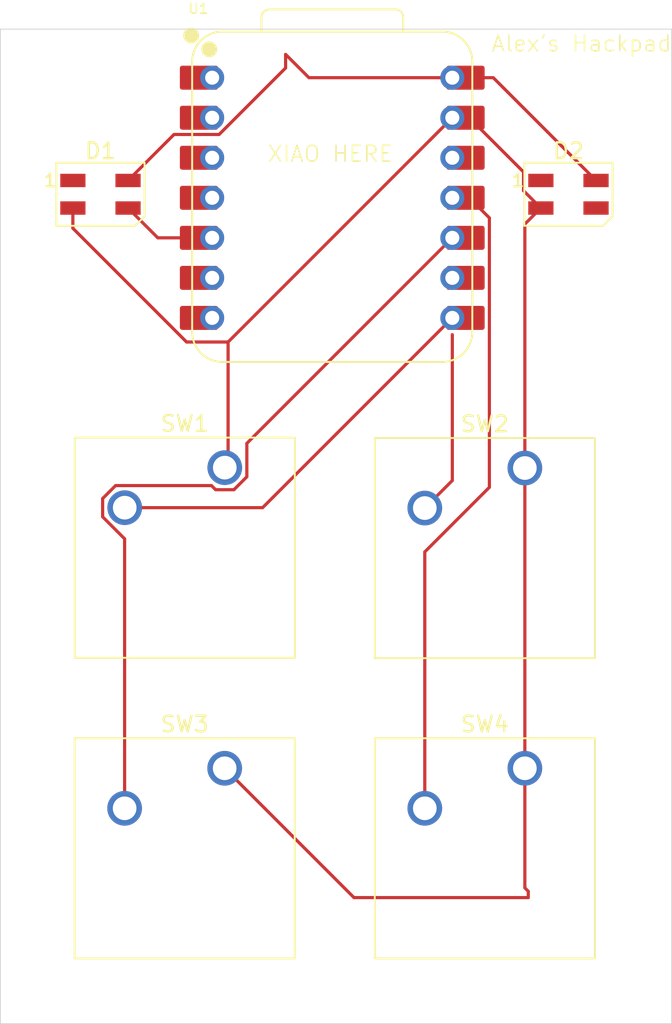
<source format=kicad_pcb>
(kicad_pcb (version 20241229) (generator "pcbnew") (generator_version "9.0")
  (layers (0 "F.Cu" signal) (2 "B.Cu" signal) (13 "F.Paste" user) (15 "B.Paste" user) (5 "F.SilkS" user "F.Silkscreen") (7 "B.SilkS" user "B.Silkscreen") (1 "F.Mask" user) (3 "B.Mask" user) (25 "Edge.Cuts" user))
  (net 0 "")
  (net 1 "GND")
  (net 3 "Net-(D1-DIN)")
  (net 4 "+5V")
  (net 7 "Net-(U1-GPIO1{slash}RX)")
  (net 8 "Net-(U1-GPIO2{slash}SCK)")
  (net 9 "Net-(U1-GPIO4{slash}MISO)")
  (net 10 "Net-(U1-GPIO3{slash}MOSI)")
  (footprint "Button_Switch_Keyboard:SW_Cherry_MX_1.00u_PCB" (layer "F.Cu") (at 143.03375 99.695)
    (property "Reference" "SW3" (at -2.54 -2.794 0) (layer "F.SilkS"))
    (property "Value" "SW_Push")
    (fp_line (start -9.525 -1.905) (end 4.445 -1.905) (stroke (width 0.12)) (layer "F.SilkS"))
    (fp_line (start -9.525 12.065) (end -9.525 -1.905) (stroke (width 0.12)) (layer "F.SilkS"))
    (fp_line (start 4.445 -1.905) (end 4.445 12.065) (stroke (width 0.12)) (layer "F.SilkS"))
    (fp_line (start 4.445 12.065) (end -9.525 12.065) (stroke (width 0.12)) (layer "F.SilkS"))
    (pad "" np_thru_hole circle (at -7.62 5.08) (size 1.7 1.7) (drill 1.7) (layers "*.Cu" "*.Mask"))
    (pad "" np_thru_hole circle (at -2.54 5.08) (size 4 4) (drill 4) (layers "*.Cu" "*.Mask"))
    (pad "" np_thru_hole circle (at 2.54 5.08) (size 1.7 1.7) (drill 1.7) (layers "*.Cu" "*.Mask"))
    (pad "1" thru_hole circle (at 0 0) (size 2.2 2.2) (drill 1.5) (layers "*.Cu" "*.Mask") (net 1 "GND"))
    (pad "2" thru_hole circle (at -6.35 2.54) (size 2.2 2.2) (drill 1.5) (layers "*.Cu" "*.Mask") (net 9 "Net-(U1-GPIO4{slash}MISO)"))
  )
  (footprint "OPL:XIAO-RP2040-DIP" (layer "F.Cu") (at 149.86 63.5)
    (property "Reference" "U1" (at -8.5 -12 0) (layer "F.SilkS") (effects (font (size 0.635 0.635) (thickness 0.1016))))
    (property "Value" "XIAO-RP2040-DIP")
    (fp_line (start -8.89 8.509) (end -8.89 -8.636) (stroke (width 0.127)) (layer "F.SilkS"))
    (fp_line (start -6.985 10.414) (end 6.985 10.414) (stroke (width 0.127)) (layer "F.SilkS"))
    (fp_line (start -4.495 -10.541) (end -4.491272 -11.451272) (stroke (width 0.127)) (layer "F.SilkS"))
    (fp_line (start -3.991272 -11.951) (end 4.004 -11.951) (stroke (width 0.127)) (layer "F.SilkS"))
    (fp_line (start 4.504 -11.451) (end 4.504 -10.541) (stroke (width 0.127)) (layer "F.SilkS"))
    (fp_line (start 6.985 -10.541) (end -6.985 -10.541) (stroke (width 0.1)) (layer "F.SilkS"))
    (fp_line (start 6.985 -10.541) (end -6.985 -10.541) (stroke (width 0.127)) (layer "F.SilkS"))
    (fp_line (start 8.89 8.509) (end 8.89 -8.636) (stroke (width 0.127)) (layer "F.SilkS"))
    (fp_arc (start -8.89 -8.636) (mid -8.332038 -9.983038) (end -6.985 -10.541) (stroke (width 0.127)) (layer "F.SilkS"))
    (fp_arc (start -6.985 10.414) (mid -8.332038 9.856038) (end -8.89 8.509) (stroke (width 0.127)) (layer "F.SilkS"))
    (fp_arc (start -4.491272 -11.451272) (mid -4.344728 -11.80464) (end -3.991272 -11.951) (stroke (width 0.127)) (layer "F.SilkS"))
    (fp_arc (start 4.004 -11.951) (mid 4.357553 -11.804553) (end 4.504 -11.451) (stroke (width 0.127)) (layer "F.SilkS"))
    (fp_arc (start 6.985 -10.541) (mid 8.332038 -9.983038) (end 8.89 -8.636) (stroke (width 0.127)) (layer "F.SilkS"))
    (fp_arc (start 8.89 8.509) (mid 8.332038 9.856038) (end 6.985 10.414) (stroke (width 0.127)) (layer "F.SilkS"))
    (fp_circle (center -8.95 -10.3) (end -8.95 -10.554) (stroke (width 0.5)) (fill yes) (layer "F.SilkS"))
    (fp_circle (center -7.807 -9.42) (end -7.807 -9.674) (stroke (width 0.5)) (fill yes) (layer "F.SilkS"))
    (pad "1" smd roundrect (at -8.455 -7.62 180) (size 2.432 1.524) (layers "F.Cu" "F.Mask") (roundrect_rratio 0.1))
    (pad "1" thru_hole circle (at -7.62 -7.62 180) (size 1.524 1.524) (drill 0.889) (layers "*.Cu" "*.Mask"))
    (pad "2" smd roundrect (at -8.455 -5.08 180) (size 2.432 1.524) (layers "F.Cu" "F.Mask") (roundrect_rratio 0.1))
    (pad "2" thru_hole circle (at -7.62 -5.08 180) (size 1.524 1.524) (drill 0.889) (layers "*.Cu" "*.Mask"))
    (pad "3" smd roundrect (at -8.455 -2.54 180) (size 2.432 1.524) (layers "F.Cu" "F.Mask") (roundrect_rratio 0.1))
    (pad "3" thru_hole circle (at -7.62 -2.54 180) (size 1.524 1.524) (drill 0.889) (layers "*.Cu" "*.Mask"))
    (pad "4" smd roundrect (at -8.455 0 180) (size 2.432 1.524) (layers "F.Cu" "F.Mask") (roundrect_rratio 0.1))
    (pad "4" thru_hole circle (at -7.62 0 180) (size 1.524 1.524) (drill 0.889) (layers "*.Cu" "*.Mask"))
    (pad "5" smd roundrect (at -8.455 2.54 180) (size 2.432 1.524) (layers "F.Cu" "F.Mask") (roundrect_rratio 0.1) (net 3 "Net-(D1-DIN)"))
    (pad "5" thru_hole circle (at -7.62 2.54 180) (size 1.524 1.524) (drill 0.889) (layers "*.Cu" "*.Mask") (net 3 "Net-(D1-DIN)"))
    (pad "6" smd roundrect (at -8.455 5.08 180) (size 2.432 1.524) (layers "F.Cu" "F.Mask") (roundrect_rratio 0.1))
    (pad "6" thru_hole circle (at -7.62 5.08 180) (size 1.524 1.524) (drill 0.889) (layers "*.Cu" "*.Mask"))
    (pad "7" smd roundrect (at -8.455 7.62 180) (size 2.432 1.524) (layers "F.Cu" "F.Mask") (roundrect_rratio 0.1))
    (pad "7" thru_hole circle (at -7.62 7.62 180) (size 1.524 1.524) (drill 0.889) (layers "*.Cu" "*.Mask"))
    (pad "8" thru_hole circle (at 7.62 7.62) (size 1.524 1.524) (drill 0.889) (layers "*.Cu" "*.Mask") (net 7 "Net-(U1-GPIO1{slash}RX)"))
    (pad "8" smd roundrect (at 8.455 7.62) (size 2.432 1.524) (layers "F.Cu" "F.Mask") (roundrect_rratio 0.1) (net 7 "Net-(U1-GPIO1{slash}RX)"))
    (pad "9" thru_hole circle (at 7.62 5.08) (size 1.524 1.524) (drill 0.889) (layers "*.Cu" "*.Mask") (net 8 "Net-(U1-GPIO2{slash}SCK)"))
    (pad "9" smd roundrect (at 8.455 5.08) (size 2.432 1.524) (layers "F.Cu" "F.Mask") (roundrect_rratio 0.1) (net 8 "Net-(U1-GPIO2{slash}SCK)"))
    (pad "10" thru_hole circle (at 7.62 2.54) (size 1.524 1.524) (drill 0.889) (layers "*.Cu" "*.Mask") (net 9 "Net-(U1-GPIO4{slash}MISO)"))
    (pad "10" smd roundrect (at 8.455 2.54) (size 2.432 1.524) (layers "F.Cu" "F.Mask") (roundrect_rratio 0.1) (net 9 "Net-(U1-GPIO4{slash}MISO)"))
    (pad "11" thru_hole circle (at 7.62 0) (size 1.524 1.524) (drill 0.889) (layers "*.Cu" "*.Mask") (net 10 "Net-(U1-GPIO3{slash}MOSI)"))
    (pad "11" smd roundrect (at 8.455 0) (size 2.432 1.524) (layers "F.Cu" "F.Mask") (roundrect_rratio 0.1) (net 10 "Net-(U1-GPIO3{slash}MOSI)"))
    (pad "12" thru_hole circle (at 7.62 -2.54) (size 1.524 1.524) (drill 0.889) (layers "*.Cu" "*.Mask"))
    (pad "12" smd roundrect (at 8.455 -2.54) (size 2.432 1.524) (layers "F.Cu" "F.Mask") (roundrect_rratio 0.1))
    (pad "13" thru_hole circle (at 7.62 -5.08) (size 1.524 1.524) (drill 0.889) (layers "*.Cu" "*.Mask") (net 1 "GND"))
    (pad "13" smd roundrect (at 8.455 -5.08) (size 2.432 1.524) (layers "F.Cu" "F.Mask") (roundrect_rratio 0.1) (net 1 "GND"))
    (pad "14" thru_hole circle (at 7.62 -7.62) (size 1.524 1.524) (drill 0.889) (layers "*.Cu" "*.Mask") (net 4 "+5V"))
    (pad "14" smd roundrect (at 8.455 -7.62) (size 2.432 1.524) (layers "F.Cu" "F.Mask") (roundrect_rratio 0.1) (net 4 "+5V"))
  )
  (footprint "Button_Switch_Keyboard:SW_Cherry_MX_1.00u_PCB" (layer "F.Cu") (at 162.08375 80.645)
    (property "Reference" "SW2" (at -2.54 -2.794 0) (layer "F.SilkS"))
    (property "Value" "SW_Push")
    (fp_line (start -9.525 -1.905) (end 4.445 -1.905) (stroke (width 0.12)) (layer "F.SilkS"))
    (fp_line (start -9.525 12.065) (end -9.525 -1.905) (stroke (width 0.12)) (layer "F.SilkS"))
    (fp_line (start 4.445 -1.905) (end 4.445 12.065) (stroke (width 0.12)) (layer "F.SilkS"))
    (fp_line (start 4.445 12.065) (end -9.525 12.065) (stroke (width 0.12)) (layer "F.SilkS"))
    (pad "" np_thru_hole circle (at -7.62 5.08) (size 1.7 1.7) (drill 1.7) (layers "*.Cu" "*.Mask"))
    (pad "" np_thru_hole circle (at -2.54 5.08) (size 4 4) (drill 4) (layers "*.Cu" "*.Mask"))
    (pad "" np_thru_hole circle (at 2.54 5.08) (size 1.7 1.7) (drill 1.7) (layers "*.Cu" "*.Mask"))
    (pad "1" thru_hole circle (at 0 0) (size 2.2 2.2) (drill 1.5) (layers "*.Cu" "*.Mask") (net 1 "GND"))
    (pad "2" thru_hole circle (at -6.35 2.54) (size 2.2 2.2) (drill 1.5) (layers "*.Cu" "*.Mask") (net 8 "Net-(U1-GPIO2{slash}SCK)"))
  )
  (footprint "LED_SMD:LED_SK6812MINI_PLCC4_3.5x3.5mm_P1.75mm" (layer "F.Cu") (at 135.15 63.275)
    (property "Reference" "D1" (at 0 -2.75 0) (layer "F.SilkS"))
    (property "Value" "SK6812MINI")
    (fp_line (start -2.8 -2) (end -2.8 2) (stroke (width 0.12)) (layer "F.SilkS"))
    (fp_line (start -2.8 -2) (end 2.8 -2) (stroke (width 0.12)) (layer "F.SilkS"))
    (fp_line (start -2.8 2) (end 2.2 2) (stroke (width 0.12)) (layer "F.SilkS"))
    (fp_line (start 2.8 1.4) (end 2.2 2) (stroke (width 0.12)) (layer "F.SilkS"))
    (fp_line (start 2.8 1.4) (end 2.8 -2) (stroke (width 0.12)) (layer "F.SilkS"))
    (fp_text user "1" (at -3.2 -0.875 0) (layer "F.SilkS") (effects (font (size 0.8 0.8))))
    (pad "1" smd rect (at -1.75 -0.875) (size 1.6 0.85) (layers "F.Cu" "F.Mask" "F.Paste"))
    (pad "2" smd rect (at -1.75 0.875) (size 1.6 0.85) (layers "F.Cu" "F.Mask" "F.Paste") (net 1 "GND"))
    (pad "3" smd rect (at 1.75 0.875) (size 1.6 0.85) (layers "F.Cu" "F.Mask" "F.Paste") (net 3 "Net-(D1-DIN)"))
    (pad "4" smd rect (at 1.75 -0.875) (size 1.6 0.85) (layers "F.Cu" "F.Mask" "F.Paste") (net 4 "+5V"))
  )
  (footprint "Button_Switch_Keyboard:SW_Cherry_MX_1.00u_PCB" (layer "F.Cu") (at 143.04 80.62)
    (property "Reference" "SW1" (at -2.54 -2.794 0) (layer "F.SilkS"))
    (property "Value" "SW_Push")
    (fp_line (start -9.525 -1.905) (end 4.445 -1.905) (stroke (width 0.12)) (layer "F.SilkS"))
    (fp_line (start -9.525 12.065) (end -9.525 -1.905) (stroke (width 0.12)) (layer "F.SilkS"))
    (fp_line (start 4.445 -1.905) (end 4.445 12.065) (stroke (width 0.12)) (layer "F.SilkS"))
    (fp_line (start 4.445 12.065) (end -9.525 12.065) (stroke (width 0.12)) (layer "F.SilkS"))
    (pad "" np_thru_hole circle (at -7.62 5.08) (size 1.7 1.7) (drill 1.7) (layers "*.Cu" "*.Mask"))
    (pad "" np_thru_hole circle (at -2.54 5.08) (size 4 4) (drill 4) (layers "*.Cu" "*.Mask"))
    (pad "" np_thru_hole circle (at 2.54 5.08) (size 1.7 1.7) (drill 1.7) (layers "*.Cu" "*.Mask"))
    (pad "1" thru_hole circle (at 0 0) (size 2.2 2.2) (drill 1.5) (layers "*.Cu" "*.Mask") (net 1 "GND"))
    (pad "2" thru_hole circle (at -6.35 2.54) (size 2.2 2.2) (drill 1.5) (layers "*.Cu" "*.Mask") (net 7 "Net-(U1-GPIO1{slash}RX)"))
  )
  (footprint "LED_SMD:LED_SK6812MINI_PLCC4_3.5x3.5mm_P1.75mm" (layer "F.Cu") (at 164.85 63.275)
    (property "Reference" "D2" (at 0 -2.75 0) (layer "F.SilkS"))
    (property "Value" "SK6812MINI")
    (fp_line (start -2.8 -2) (end -2.8 2) (stroke (width 0.12)) (layer "F.SilkS"))
    (fp_line (start -2.8 -2) (end 2.8 -2) (stroke (width 0.12)) (layer "F.SilkS"))
    (fp_line (start -2.8 2) (end 2.2 2) (stroke (width 0.12)) (layer "F.SilkS"))
    (fp_line (start 2.8 1.4) (end 2.2 2) (stroke (width 0.12)) (layer "F.SilkS"))
    (fp_line (start 2.8 1.4) (end 2.8 -2) (stroke (width 0.12)) (layer "F.SilkS"))
    (fp_text user "1" (at -3.2 -0.875 0) (layer "F.SilkS") (effects (font (size 0.8 0.8))))
    (pad "1" smd rect (at -1.75 -0.875) (size 1.6 0.85) (layers "F.Cu" "F.Mask" "F.Paste"))
    (pad "2" smd rect (at -1.75 0.875) (size 1.6 0.85) (layers "F.Cu" "F.Mask" "F.Paste") (net 1 "GND"))
    (pad "3" smd rect (at 1.75 0.875) (size 1.6 0.85) (layers "F.Cu" "F.Mask" "F.Paste"))
    (pad "4" smd rect (at 1.75 -0.875) (size 1.6 0.85) (layers "F.Cu" "F.Mask" "F.Paste") (net 4 "+5V"))
  )
  (footprint "Button_Switch_Keyboard:SW_Cherry_MX_1.00u_PCB" (layer "F.Cu") (at 162.08375 99.695)
    (property "Reference" "SW4" (at -2.54 -2.794 0) (layer "F.SilkS"))
    (property "Value" "SW_Push")
    (fp_line (start -9.525 -1.905) (end 4.445 -1.905) (stroke (width 0.12)) (layer "F.SilkS"))
    (fp_line (start -9.525 12.065) (end -9.525 -1.905) (stroke (width 0.12)) (layer "F.SilkS"))
    (fp_line (start 4.445 -1.905) (end 4.445 12.065) (stroke (width 0.12)) (layer "F.SilkS"))
    (fp_line (start 4.445 12.065) (end -9.525 12.065) (stroke (width 0.12)) (layer "F.SilkS"))
    (pad "" np_thru_hole circle (at -7.62 5.08) (size 1.7 1.7) (drill 1.7) (layers "*.Cu" "*.Mask"))
    (pad "" np_thru_hole circle (at -2.54 5.08) (size 4 4) (drill 4) (layers "*.Cu" "*.Mask"))
    (pad "" np_thru_hole circle (at 2.54 5.08) (size 1.7 1.7) (drill 1.7) (layers "*.Cu" "*.Mask"))
    (pad "1" thru_hole circle (at 0 0) (size 2.2 2.2) (drill 1.5) (layers "*.Cu" "*.Mask") (net 1 "GND"))
    (pad "2" thru_hole circle (at -6.35 2.54) (size 2.2 2.2) (drill 1.5) (layers "*.Cu" "*.Mask") (net 10 "Net-(U1-GPIO3{slash}MOSI)"))
  )
  (gr_rect (start 128.8 52.8) (end 171.4 115.9) (stroke (width 0.05)) (fill no) (layer "Edge.Cuts"))
  (gr_text "Alex's Hackpad" (at 159.9 54.3 0) (layer "F.SilkS") (effects (font (size 1 1) (thickness 0.1)) (justify left bottom)))
  (gr_text "XIAO HERE" (at 145.7 61.3 0) (layer "F.SilkS") (effects (font (size 1 1) (thickness 0.1)) (justify left bottom)))
  (segment (start 163.1 64.15) (end 161.999 63.049) (width 0.2) (layer "F.Cu") (net 1))
  (segment (start 162.08375 80.645) (end 162.08375 65.16625) (width 0.2) (layer "F.Cu") (net 1))
  (segment (start 162.3 107.9) (end 162.3 107.5) (width 0.2) (layer "F.Cu") (net 1))
  (segment (start 143.25 80.41) (end 143.25 72.65) (width 0.2) (layer "F.Cu") (net 1))
  (segment (start 143.25 72.65) (end 140.616374 72.65) (width 0.2) (layer "F.Cu") (net 1))
  (segment (start 162.08375 107.28375) (end 162.08375 99.695) (width 0.2) (layer "F.Cu") (net 1))
  (segment (start 140.616374 72.65) (end 133.4 65.433626) (width 0.2) (layer "F.Cu") (net 1))
  (segment (start 162.08375 99.695) (end 162.08375 80.645) (width 0.2) (layer "F.Cu") (net 1))
  (segment (start 162.08375 65.16625) (end 163.1 64.15) (width 0.2) (layer "F.Cu") (net 1))
  (segment (start 158.55763 58.42) (end 157.48 58.42) (width 0.2) (layer "F.Cu") (net 1))
  (segment (start 162.3 107.5) (end 162.08375 107.28375) (width 0.2) (layer "F.Cu") (net 1))
  (segment (start 156.003 59.897) (end 157.48 58.42) (width 0.2) (layer "F.Cu") (net 1))
  (segment (start 143.25 72.65) (end 157.48 58.42) (width 0.2) (layer "F.Cu") (net 1))
  (segment (start 143.03375 99.695) (end 151.23875 107.9) (width 0.2) (layer "F.Cu") (net 1))
  (segment (start 161.999 63.049) (end 161.999 61.86137) (width 0.2) (layer "F.Cu") (net 1))
  (segment (start 161.999 61.86137) (end 158.55763 58.42) (width 0.2) (layer "F.Cu") (net 1))
  (segment (start 133.4 65.433626) (end 133.4 64.15) (width 0.2) (layer "F.Cu") (net 1))
  (segment (start 143.04 80.62) (end 143.25 80.41) (width 0.2) (layer "F.Cu") (net 1))
  (segment (start 151.23875 107.9) (end 162.3 107.9) (width 0.2) (layer "F.Cu") (net 1))
  (segment (start 136.9 64.15) (end 138.79 66.04) (width 0.2) (layer "F.Cu") (net 3))
  (segment (start 138.79 66.04) (end 142.24 66.04) (width 0.2) (layer "F.Cu") (net 3))
  (segment (start 157.48 55.88) (end 160.08 55.88) (width 0.2) (layer "F.Cu") (net 4))
  (segment (start 146.9 55.26331) (end 142.68031 59.483) (width 0.2) (layer "F.Cu") (net 4))
  (segment (start 157.48 55.88) (end 148.38 55.88) (width 0.2) (layer "F.Cu") (net 4))
  (segment (start 160.08 55.88) (end 166.6 62.4) (width 0.2) (layer "F.Cu") (net 4))
  (segment (start 148.38 55.88) (end 146.9 54.4) (width 0.2) (layer "F.Cu") (net 4))
  (segment (start 139.817 59.483) (end 136.9 62.4) (width 0.2) (layer "F.Cu") (net 4))
  (segment (start 142.68031 59.483) (end 139.817 59.483) (width 0.2) (layer "F.Cu") (net 4))
  (segment (start 146.9 54.4) (end 146.9 55.26331) (width 0.2) (layer "F.Cu") (net 4))
  (segment (start 145.44 83.16) (end 157.48 71.12) (width 0.2) (layer "F.Cu") (net 7))
  (segment (start 136.69 83.16) (end 145.44 83.16) (width 0.2) (layer "F.Cu") (net 7))
  (segment (start 157.48 81.43875) (end 157.48 72.183) (width 0.2) (layer "F.Cu") (net 8))
  (segment (start 155.73375 83.185) (end 157.48 81.43875) (width 0.2) (layer "F.Cu") (net 8))
  (segment (start 136.68375 102.235) (end 136.68375 85.135064) (width 0.2) (layer "F.Cu") (net 9))
  (segment (start 135.289 82.579686) (end 136.109686 81.759) (width 0.2) (layer "F.Cu") (net 9))
  (segment (start 142.459686 82.021) (end 143.620314 82.021) (width 0.2) (layer "F.Cu") (net 9))
  (segment (start 144.441 79.079) (end 157.48 66.04) (width 0.2) (layer "F.Cu") (net 9))
  (segment (start 142.197686 81.759) (end 142.459686 82.021) (width 0.2) (layer "F.Cu") (net 9))
  (segment (start 143.620314 82.021) (end 144.441 81.200314) (width 0.2) (layer "F.Cu") (net 9))
  (segment (start 136.68375 85.135064) (end 135.289 83.740314) (width 0.2) (layer "F.Cu") (net 9))
  (segment (start 144.441 81.200314) (end 144.441 79.079) (width 0.2) (layer "F.Cu") (net 9))
  (segment (start 136.109686 81.759) (end 142.197686 81.759) (width 0.2) (layer "F.Cu") (net 9))
  (segment (start 135.289 83.740314) (end 135.289 82.579686) (width 0.2) (layer "F.Cu") (net 9))
  (segment (start 158.55763 63.5) (end 157.48 63.5) (width 0.2) (layer "F.Cu") (net 10))
  (segment (start 159.832 81.868) (end 159.832 64.77437) (width 0.2) (layer "F.Cu") (net 10))
  (segment (start 159.832 64.77437) (end 158.55763 63.5) (width 0.2) (layer "F.Cu") (net 10))
  (segment (start 155.73375 102.235) (end 155.73375 85.96625) (width 0.2) (layer "F.Cu") (net 10))
  (segment (start 155.73375 85.96625) (end 159.832 81.868) (width 0.2) (layer "F.Cu") (net 10))
)
</source>
